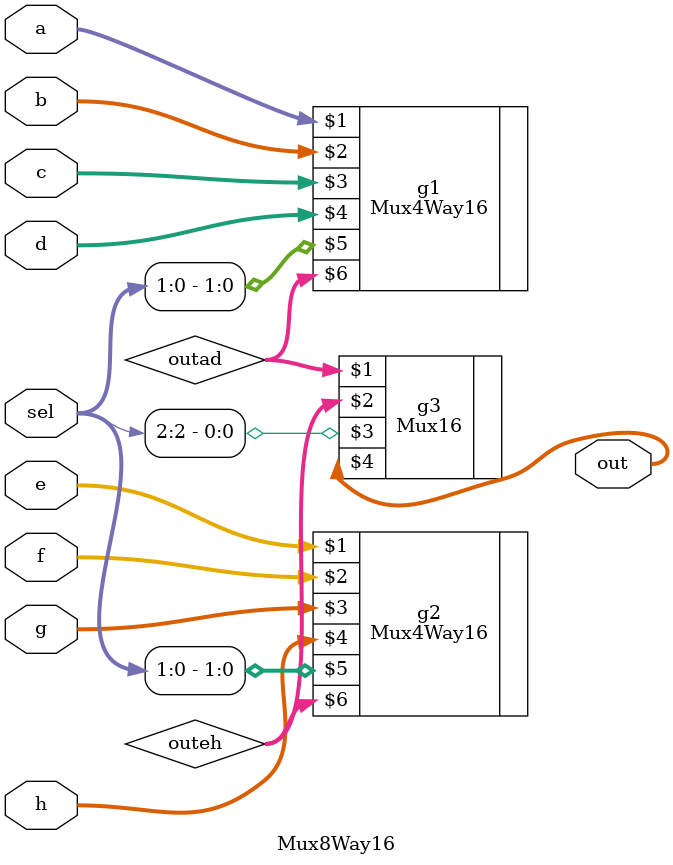
<source format=v>
/**
 * 8-way 16-bit multiplexor:
 * out = a if sel == 000
 *       b if sel == 001
 *       etc.
 *       h if sel == 111
 */
// 十六位八路多路选择器
module Mux8Way16(input[15:0] a,b,c,d,e,f,g,h, input[2:0] sel, output[15:0] out);
  wire [15:0] outad, outeh;
  Mux4Way16 g1(a, b, c, d, sel[1:0], outad);
  Mux4Way16 g2(e, f, g, h, sel[1:0], outeh);
  Mux16     g3(outad, outeh, sel[2], out);
endmodule

</source>
